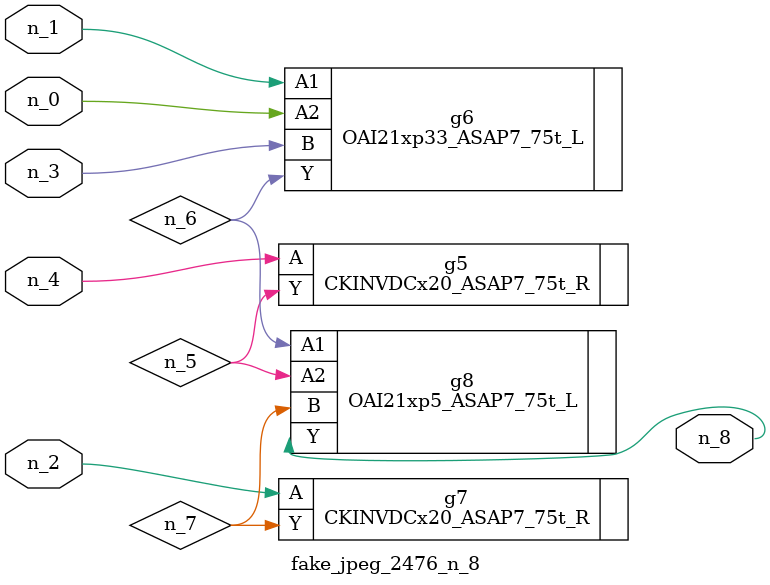
<source format=v>
module fake_jpeg_2476_n_8 (n_3, n_2, n_1, n_0, n_4, n_8);

input n_3;
input n_2;
input n_1;
input n_0;
input n_4;

output n_8;

wire n_6;
wire n_5;
wire n_7;

CKINVDCx20_ASAP7_75t_R g5 ( 
.A(n_4),
.Y(n_5)
);

OAI21xp33_ASAP7_75t_L g6 ( 
.A1(n_1),
.A2(n_0),
.B(n_3),
.Y(n_6)
);

CKINVDCx20_ASAP7_75t_R g7 ( 
.A(n_2),
.Y(n_7)
);

OAI21xp5_ASAP7_75t_L g8 ( 
.A1(n_6),
.A2(n_5),
.B(n_7),
.Y(n_8)
);


endmodule
</source>
